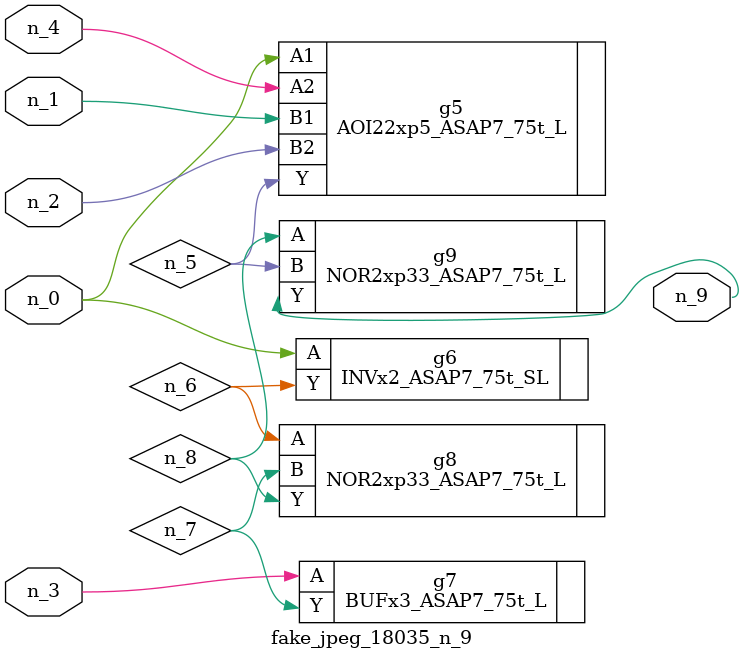
<source format=v>
module fake_jpeg_18035_n_9 (n_3, n_2, n_1, n_0, n_4, n_9);

input n_3;
input n_2;
input n_1;
input n_0;
input n_4;

output n_9;

wire n_8;
wire n_6;
wire n_5;
wire n_7;

AOI22xp5_ASAP7_75t_L g5 ( 
.A1(n_0),
.A2(n_4),
.B1(n_1),
.B2(n_2),
.Y(n_5)
);

INVx2_ASAP7_75t_SL g6 ( 
.A(n_0),
.Y(n_6)
);

BUFx3_ASAP7_75t_L g7 ( 
.A(n_3),
.Y(n_7)
);

NOR2xp33_ASAP7_75t_L g8 ( 
.A(n_6),
.B(n_7),
.Y(n_8)
);

NOR2xp33_ASAP7_75t_L g9 ( 
.A(n_8),
.B(n_5),
.Y(n_9)
);


endmodule
</source>
